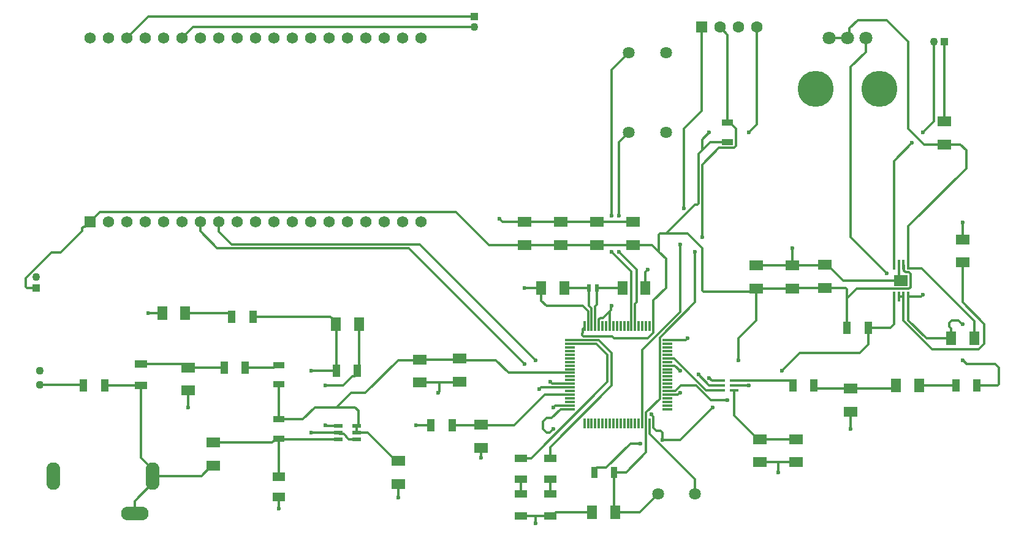
<source format=gtl>
G04*
G04 #@! TF.GenerationSoftware,Altium Limited,Altium Designer,21.7.2 (23)*
G04*
G04 Layer_Physical_Order=1*
G04 Layer_Color=255*
%FSLAX25Y25*%
%MOIN*%
G70*
G04*
G04 #@! TF.SameCoordinates,5EADC6DB-F1F9-4870-979B-081E39BDB051*
G04*
G04*
G04 #@! TF.FilePolarity,Positive*
G04*
G01*
G75*
%ADD45R,0.01968X0.03937*%
%ADD46R,0.06890X0.04331*%
%ADD47R,0.01772X0.05512*%
%ADD48R,0.07441X0.06181*%
%ADD49R,0.05315X0.07480*%
%ADD50R,0.07480X0.05315*%
%ADD51R,0.05807X0.01181*%
%ADD52R,0.01181X0.05807*%
%ADD53R,0.06693X0.04331*%
%ADD54R,0.06299X0.03543*%
%ADD55R,0.03543X0.06299*%
%ADD56R,0.04331X0.06693*%
%ADD57R,0.06102X0.03543*%
%ADD58R,0.04724X0.02362*%
%ADD59R,0.07087X0.05118*%
%ADD60R,0.04724X0.01575*%
%ADD61C,0.01181*%
%ADD62C,0.06142*%
%ADD63R,0.06142X0.06142*%
%ADD64R,0.04331X0.04331*%
%ADD65C,0.04331*%
%ADD66C,0.04362*%
%ADD67R,0.04331X0.04331*%
%ADD68R,0.06319X0.06319*%
%ADD69C,0.06319*%
%ADD70C,0.06449*%
%ADD71O,0.07480X0.14961*%
%ADD72O,0.14961X0.07480*%
%ADD73C,0.07087*%
%ADD74C,0.19606*%
%ADD75C,0.02362*%
D45*
X320866Y131890D02*
D03*
X316535D02*
D03*
D46*
X279528Y19685D02*
D03*
Y7874D02*
D03*
X295275Y19685D02*
D03*
Y7874D02*
D03*
D47*
X482382Y127165D02*
D03*
X484941D02*
D03*
X487500D02*
D03*
X490059D02*
D03*
Y144488D02*
D03*
X487500D02*
D03*
X484941D02*
D03*
X482382D02*
D03*
D48*
X486221Y135827D02*
D03*
D49*
X334646Y131890D02*
D03*
X347244D02*
D03*
X303150D02*
D03*
X290551D02*
D03*
X330709Y9843D02*
D03*
X318110D02*
D03*
X178740Y112205D02*
D03*
X191339D02*
D03*
X84252Y118110D02*
D03*
X96851D02*
D03*
X513386Y104331D02*
D03*
X525984D02*
D03*
X483465Y78740D02*
D03*
X496063D02*
D03*
D50*
X340551Y155118D02*
D03*
Y167717D02*
D03*
X320866Y155118D02*
D03*
Y167717D02*
D03*
X301181Y155118D02*
D03*
Y167717D02*
D03*
X281496Y155118D02*
D03*
Y167717D02*
D03*
X98425Y88583D02*
D03*
Y75984D02*
D03*
X246063Y93307D02*
D03*
Y80709D02*
D03*
X224409Y92913D02*
D03*
Y80315D02*
D03*
X112205Y35039D02*
D03*
Y47638D02*
D03*
X257874Y57480D02*
D03*
Y44882D02*
D03*
X212598Y37795D02*
D03*
Y25197D02*
D03*
X458661Y77165D02*
D03*
Y64567D02*
D03*
X509842Y209842D02*
D03*
Y222441D02*
D03*
X429134Y49606D02*
D03*
Y37008D02*
D03*
X409449Y49606D02*
D03*
Y37008D02*
D03*
X519685Y145669D02*
D03*
Y158268D02*
D03*
X407480Y131496D02*
D03*
Y144094D02*
D03*
X427165Y131496D02*
D03*
Y144095D02*
D03*
X444882Y131890D02*
D03*
Y144488D02*
D03*
D51*
X306150Y103346D02*
D03*
Y101378D02*
D03*
Y99409D02*
D03*
Y97441D02*
D03*
Y95472D02*
D03*
Y93504D02*
D03*
Y91535D02*
D03*
Y89567D02*
D03*
Y87598D02*
D03*
Y85630D02*
D03*
Y83661D02*
D03*
Y81693D02*
D03*
Y79724D02*
D03*
Y77756D02*
D03*
Y75787D02*
D03*
Y73819D02*
D03*
Y71850D02*
D03*
Y69882D02*
D03*
Y67913D02*
D03*
Y65945D02*
D03*
X359205D02*
D03*
Y67913D02*
D03*
Y69882D02*
D03*
Y71850D02*
D03*
Y73819D02*
D03*
Y75787D02*
D03*
Y77756D02*
D03*
Y79724D02*
D03*
Y81693D02*
D03*
Y83661D02*
D03*
Y85630D02*
D03*
Y87598D02*
D03*
Y89567D02*
D03*
Y91535D02*
D03*
Y93504D02*
D03*
Y95472D02*
D03*
Y97441D02*
D03*
Y99409D02*
D03*
Y101378D02*
D03*
Y103346D02*
D03*
D52*
X313976Y58118D02*
D03*
X315945D02*
D03*
X317913D02*
D03*
X319882D02*
D03*
X321850D02*
D03*
X323819D02*
D03*
X325787D02*
D03*
X327756D02*
D03*
X329724D02*
D03*
X331693D02*
D03*
X333661D02*
D03*
X335630D02*
D03*
X337598D02*
D03*
X339567D02*
D03*
X341535D02*
D03*
X343504D02*
D03*
X345472D02*
D03*
X347441D02*
D03*
X349409D02*
D03*
X351378D02*
D03*
Y111173D02*
D03*
X349409D02*
D03*
X347441D02*
D03*
X345472D02*
D03*
X343504D02*
D03*
X341535D02*
D03*
X339567D02*
D03*
X337598D02*
D03*
X335630D02*
D03*
X333661D02*
D03*
X331693D02*
D03*
X329724D02*
D03*
X327756D02*
D03*
X325787D02*
D03*
X323819D02*
D03*
X321850D02*
D03*
X319882D02*
D03*
X317913D02*
D03*
X315945D02*
D03*
X313976D02*
D03*
D53*
X295275Y39173D02*
D03*
Y27756D02*
D03*
X279528Y39173D02*
D03*
Y27756D02*
D03*
X72835Y78937D02*
D03*
Y90354D02*
D03*
D54*
X391732Y221850D02*
D03*
Y211221D02*
D03*
X147638Y49803D02*
D03*
Y60433D02*
D03*
D55*
X330118Y31496D02*
D03*
X319488D02*
D03*
D56*
X122244Y116142D02*
D03*
X133661D02*
D03*
X118110Y88583D02*
D03*
X129528D02*
D03*
X179134Y86614D02*
D03*
X190551D02*
D03*
X52953Y78740D02*
D03*
X41535D02*
D03*
X241929Y57087D02*
D03*
X230512D02*
D03*
X515945Y78740D02*
D03*
X527362D02*
D03*
X427362Y78740D02*
D03*
X438780D02*
D03*
X456890Y110236D02*
D03*
X468307D02*
D03*
D57*
X147638Y79429D02*
D03*
Y89862D02*
D03*
D58*
X180118Y56890D02*
D03*
Y53150D02*
D03*
Y49409D02*
D03*
X189961D02*
D03*
Y53150D02*
D03*
Y56890D02*
D03*
D59*
X147638Y18110D02*
D03*
Y29134D02*
D03*
D60*
X387992Y81299D02*
D03*
Y78740D02*
D03*
Y76181D02*
D03*
X395472D02*
D03*
Y78740D02*
D03*
Y81299D02*
D03*
D61*
X42559Y165236D02*
X50551Y173228D01*
X9938Y132582D02*
X10630Y131890D01*
X9938Y132582D02*
Y136996D01*
X28972Y151039D02*
X40748Y162815D01*
Y164370D01*
X10630Y131890D02*
X15748D01*
X23981Y151039D02*
X28972D01*
X40748Y164370D02*
X41614Y165236D01*
X42559D01*
X9938Y136996D02*
X23981Y151039D01*
X328514Y121821D02*
X328740Y122047D01*
X328514Y119853D02*
Y121821D01*
X327756Y119095D02*
X328514Y119853D01*
X324116Y115455D02*
X327756Y119095D01*
X321850Y111173D02*
Y114647D01*
X322658Y115455D01*
X324116D01*
X327756Y111173D02*
Y119095D01*
X359205Y103346D02*
X369094D01*
X370079Y104331D01*
X405906Y129921D02*
X407480Y131496D01*
X407480Y131496D01*
X407480Y114173D02*
Y131496D01*
X397638Y92520D02*
Y104331D01*
X407480Y114173D01*
X366142Y49213D02*
X383858Y66929D01*
X356299Y49213D02*
X366142D01*
X347244Y140551D02*
X348425Y141732D01*
X347244Y131890D02*
Y140551D01*
X339567Y112205D02*
Y140748D01*
X328740Y151575D02*
X339567Y140748D01*
X328740Y171260D02*
Y250413D01*
X338169Y259842D01*
X341535Y123031D02*
X342520Y124016D01*
X341535Y111173D02*
X341535Y111173D01*
Y123031D01*
X342520Y124016D02*
Y141732D01*
X332677Y151575D02*
X342520Y141732D01*
X332677Y171260D02*
Y211043D01*
X338169Y216535D01*
X312992Y107283D02*
Y109544D01*
X313684Y110236D01*
X313976D01*
X312694Y106007D02*
X313386Y105315D01*
X312694Y106007D02*
Y106985D01*
X312992Y107283D01*
X313386Y105315D02*
X329232D01*
X330217Y104331D01*
X348425D01*
X351378Y107283D02*
Y111173D01*
X348425Y104331D02*
X351378Y107283D01*
X281496Y131890D02*
X290551D01*
Y124803D02*
Y131890D01*
Y124803D02*
X293307Y122047D01*
X312992D01*
X315945Y111173D02*
Y119095D01*
X312992Y122047D02*
X315945Y119095D01*
X316535Y122047D02*
X317913Y120669D01*
Y112205D02*
Y120669D01*
X316535Y122047D02*
Y131890D01*
X307087Y101378D02*
X320343D01*
X321850Y103347D02*
X328740Y96457D01*
X326364Y80619D02*
Y95357D01*
X308071Y103347D02*
X321850D01*
X320343Y101378D02*
X326364Y95357D01*
X328740Y78740D02*
Y96457D01*
X296111Y61024D02*
X301032Y65945D01*
X293307Y61024D02*
X296111D01*
X301032Y65945D02*
X306150D01*
X291339Y59055D02*
X293307Y61024D01*
X291339Y55118D02*
Y59055D01*
Y55118D02*
X293307Y53150D01*
X295037D01*
X297005Y55118D02*
X297244D01*
X295037Y53150D02*
X297005Y55118D01*
X279528Y39173D02*
X284918D01*
X326364Y80619D01*
X350394Y62673D02*
X351378Y61688D01*
Y58118D02*
Y61688D01*
X350394Y62673D02*
Y62992D01*
X347441Y58118D02*
Y63976D01*
X354923Y71459D01*
Y104923D01*
X355314Y54135D02*
X356299Y53150D01*
X351378Y55805D02*
Y58118D01*
Y55805D02*
X353048Y54135D01*
X355314D01*
X356299Y49213D02*
Y53150D01*
X349410Y52386D02*
X374016Y27780D01*
Y19685D02*
Y27780D01*
X349410Y52386D02*
Y59055D01*
X319488Y31496D02*
Y32874D01*
X320669Y34055D01*
X325807D01*
X338996Y47244D01*
X344488D01*
X297244Y66929D02*
X298228Y67913D01*
X306150D01*
X463875Y96457D02*
X468504Y101086D01*
X431102Y96457D02*
X463875D01*
X468307Y110236D02*
X468504Y110039D01*
Y101086D02*
Y110039D01*
X421260Y86614D02*
X431102Y96457D01*
X395472Y81299D02*
X425787D01*
X395472Y78740D02*
X395472Y78740D01*
X403543D01*
X425787Y81299D02*
X427362Y79724D01*
Y78740D02*
Y79724D01*
X374851Y78740D02*
X382725Y70866D01*
X366460Y78740D02*
X374851D01*
X382725Y70866D02*
X391732D01*
X359205Y75787D02*
X363507D01*
X366460Y78740D01*
X513386Y104331D02*
Y109843D01*
X512300Y110928D02*
Y112694D01*
X513779Y114173D01*
X512300Y110928D02*
X513386Y109843D01*
X513779Y114173D02*
X517478D01*
X519446Y112205D01*
X519685D01*
X519924Y92520D02*
X521892Y90551D01*
X519685Y92520D02*
X519924D01*
X521892Y90551D02*
X537402D01*
X487500Y114047D02*
X503122Y98425D01*
X528425D01*
X531496Y101496D01*
Y112205D01*
X538678Y78740D02*
X539370Y79432D01*
Y88583D01*
X527362Y78740D02*
X538678D01*
X537402Y90551D02*
X539370Y88583D01*
X527362Y78740D02*
X527362Y78740D01*
X458661Y159449D02*
X478346Y139764D01*
X458661Y159449D02*
Y251969D01*
X466929Y260236D02*
Y267717D01*
X458661Y251969D02*
X466929Y260236D01*
X377953Y206693D02*
Y212598D01*
X381890Y216535D01*
X377953Y206693D02*
X382480Y211221D01*
X375984Y204724D02*
X377953Y206693D01*
X403543Y216535D02*
X407638Y220630D01*
Y273622D01*
X345473Y98256D02*
X366142Y118926D01*
X345473Y58118D02*
Y98256D01*
X366142Y118926D02*
Y155512D01*
X345472Y58118D02*
X345473Y58118D01*
X347441Y42323D02*
Y58118D01*
X368110Y218521D02*
X377638Y228049D01*
Y273622D01*
X368110Y175197D02*
Y218521D01*
X374016Y177165D02*
X375292D01*
X375984Y177857D01*
X358268Y161417D02*
X374016Y177165D01*
X382480Y211221D02*
X391732D01*
X375984Y177857D02*
Y204724D01*
X330709Y9843D02*
X344075D01*
X353917Y19685D01*
X393110Y221850D02*
X396558Y218403D01*
X387205Y208071D02*
X395453D01*
X396558Y209176D02*
Y218403D01*
X395453Y208071D02*
X396558Y209176D01*
X377953Y198819D02*
X387205Y208071D01*
X377953Y159449D02*
Y198819D01*
X391732Y221850D02*
X393110D01*
X354923Y104923D02*
X374016Y124016D01*
Y151575D01*
X363189Y89567D02*
X366142Y86614D01*
X362871Y93504D02*
X380194Y76181D01*
X359205Y93504D02*
X362871D01*
X380194Y76181D02*
X387992D01*
X330118Y31496D02*
X330118Y31496D01*
X336614D01*
X347441Y42323D01*
X330118Y10433D02*
X330709Y9843D01*
X330118Y10433D02*
Y31496D01*
X296555Y7874D02*
X298523Y9843D01*
X295275Y7874D02*
X296555D01*
X298523Y9843D02*
X318110D01*
X295275Y45276D02*
X328740Y78740D01*
X295275Y39173D02*
Y45276D01*
X306150Y103346D02*
X308071D01*
X308071Y103347D01*
X358268Y161417D02*
X370079D01*
X355220D02*
X358268D01*
X395472Y62500D02*
X408366Y49606D01*
X395472Y62500D02*
Y76181D01*
X408366Y49606D02*
X409449D01*
X359205Y73819D02*
X364838D01*
X365822Y74803D01*
X366142D01*
X375984Y84646D02*
X381890Y78740D01*
X387992D01*
X359205Y89567D02*
X363189D01*
X383268Y81299D02*
X387992D01*
X381890Y82677D02*
X383268Y81299D01*
X359205Y93504D02*
X359205Y93504D01*
X458661Y55118D02*
Y64567D01*
Y55118D02*
X458661Y55118D01*
X419291Y37008D02*
X429134D01*
X409449D02*
X419291D01*
Y31496D02*
Y37008D01*
Y31496D02*
X419291Y31496D01*
X440354Y77165D02*
X458661D01*
X438780Y78740D02*
X440354Y77165D01*
X515945Y78740D02*
X515945Y78740D01*
X496063Y78740D02*
X515945D01*
X481890Y77165D02*
X483465Y78740D01*
X458661Y77165D02*
X481890D01*
X409449Y49606D02*
X429134D01*
X503937Y222441D02*
Y265748D01*
X498032Y216535D02*
X503937Y222441D01*
X482382Y144488D02*
Y200886D01*
X492126Y210630D01*
X456890Y125984D02*
Y131198D01*
Y110236D02*
Y125984D01*
X462205Y131299D02*
X490453D01*
X456890Y125984D02*
X462205Y131299D01*
X491319Y132166D02*
Y139488D01*
X490453Y131299D02*
X491319Y132166D01*
X490482Y140325D02*
X491319Y139488D01*
X488632Y140325D02*
X490482D01*
X487795Y141162D02*
X488632Y140325D01*
X487795Y141162D02*
Y144193D01*
X487500Y144488D02*
X487795Y144193D01*
X354528Y151378D02*
X358268Y147638D01*
X350787Y155118D02*
X354528Y151378D01*
X378645Y129921D02*
X405906D01*
X377953Y130613D02*
Y153543D01*
Y130613D02*
X378645Y129921D01*
X354528Y160725D02*
X355220Y161417D01*
X354528Y151378D02*
Y160725D01*
X370079Y161417D02*
X377953Y153543D01*
X262205Y155118D02*
X281496D01*
X244094Y173228D02*
X262205Y155118D01*
X50551Y173228D02*
X244094D01*
X235039Y80315D02*
X245669D01*
X224409D02*
X235039D01*
X234252Y74803D02*
X235039Y75590D01*
Y80315D01*
X245669D02*
X246063Y80709D01*
X287402Y7874D02*
X295275D01*
X279528D02*
X287402D01*
Y3937D02*
X287402Y3937D01*
X287402Y3937D02*
Y7874D01*
X279528Y7874D02*
X279528Y7874D01*
X295275Y19685D02*
Y27756D01*
X279528Y19685D02*
X279528Y19685D01*
Y27756D01*
X306150Y85630D02*
X306150Y85630D01*
X272638D02*
X306150D01*
X295276Y80709D02*
X296260Y79724D01*
X290354Y77756D02*
X306150D01*
X289370Y76772D02*
X290354Y77756D01*
X296260Y79724D02*
X306150D01*
X218504Y153543D02*
X281496Y90551D01*
X114173Y153543D02*
X218504D01*
X105039Y162677D02*
Y167717D01*
Y162677D02*
X114173Y153543D01*
X224410Y155512D02*
X287402Y92520D01*
X122047Y155512D02*
X224410D01*
X275590Y57087D02*
X292323Y73819D01*
X306150D01*
X265748Y92520D02*
X272638Y85630D01*
X115039Y162520D02*
Y167717D01*
Y162520D02*
X122047Y155512D01*
X257874Y39370D02*
Y44882D01*
Y39370D02*
X257874Y39370D01*
X490158Y144587D02*
Y165354D01*
X490059Y144488D02*
X490158Y144587D01*
Y165354D02*
X521654Y196850D01*
Y206693D01*
X518504Y209842D02*
X521654Y206693D01*
X509842Y209842D02*
X518504D01*
X497244Y127165D02*
X498032Y127953D01*
X490059Y127165D02*
X497244D01*
X525984Y104331D02*
Y113779D01*
X490059Y142618D02*
X490354Y142323D01*
X497441D01*
X490059Y142618D02*
Y144488D01*
X497441Y142323D02*
X525984Y113779D01*
X519685Y124016D02*
X531496Y112205D01*
X519685Y124016D02*
Y145669D01*
X427165Y144095D02*
X446358D01*
X427165D02*
Y153543D01*
X427165Y153543D01*
X446358Y144095D02*
X454626Y135827D01*
X486221D01*
X484941Y137106D02*
Y144488D01*
Y137106D02*
X486221Y135827D01*
X519685Y158268D02*
Y167323D01*
X484941Y127165D02*
X487500D01*
X490059Y114272D02*
Y127165D01*
X500000Y104331D02*
X513386D01*
X490059Y114272D02*
X500000Y104331D01*
X487500Y114047D02*
Y127165D01*
X513386Y104331D02*
X513386Y104331D01*
X482283Y127067D02*
X482382Y127165D01*
X482283Y112205D02*
Y127067D01*
X468307Y110236D02*
X480315D01*
X482283Y112205D01*
X407480Y131496D02*
X407480Y131496D01*
X427165D01*
X427559Y131890D01*
X444882D01*
X456198D02*
X456890Y131198D01*
X444882Y131890D02*
X456198D01*
X407480Y144094D02*
X427165D01*
X427165Y144095D01*
X358268Y131890D02*
Y147638D01*
X351378Y125000D02*
X358268Y131890D01*
X340551Y155118D02*
X350787D01*
X320866D02*
X340551D01*
X351378Y111173D02*
Y125000D01*
X269291Y167717D02*
X281496D01*
X267717Y169291D02*
X269291Y167717D01*
X320866D02*
X340551D01*
X301181D02*
X320866D01*
X281496D02*
X301181D01*
X319882Y121704D02*
X320866Y122688D01*
X319882Y111173D02*
Y121704D01*
X320866Y122688D02*
Y131890D01*
X303150D02*
X316535D01*
X320866D02*
X334646D01*
X301181Y155118D02*
X320866D01*
X281496D02*
X301181D01*
X391732Y221850D02*
Y269528D01*
X387638Y273622D02*
X391732Y269528D01*
X462598Y277559D02*
X478346D01*
X490158Y265748D01*
X447244Y267717D02*
X457087D01*
X458071Y268701D02*
Y273031D01*
X462598Y277559D01*
X457087Y267717D02*
X458071Y268701D01*
X490158Y218504D02*
Y265748D01*
X498819Y209842D02*
X509842D01*
X490158Y218504D02*
X498819Y209842D01*
X509842Y222441D02*
Y265748D01*
Y222441D02*
X509842Y222441D01*
X100945Y273622D02*
X253937D01*
X95039Y267717D02*
X100945Y273622D01*
X65039Y267717D02*
X76850Y279527D01*
X253937D01*
X257874Y57480D02*
X258268Y57087D01*
X275590D01*
X241929Y57087D02*
X257480D01*
X257874Y57480D01*
X246850Y92520D02*
X265748D01*
X246063Y93307D02*
X246850Y92520D01*
X222441Y57087D02*
X222441Y57087D01*
X230512D01*
X179134Y66929D02*
X188976D01*
X190945Y57480D02*
Y64961D01*
X189961Y56890D02*
X190354D01*
X188976Y66929D02*
X190945Y64961D01*
X190354Y56890D02*
X190945Y57480D01*
X173228Y78740D02*
X182677D01*
X188976Y83858D02*
X190551Y85433D01*
X187795Y83858D02*
X188976D01*
X190551Y85433D02*
Y86614D01*
X182677Y78740D02*
X187795Y83858D01*
X173425Y56890D02*
X180118D01*
X173228Y57087D02*
X173425Y56890D01*
X191339Y87401D02*
Y112205D01*
X190551Y86614D02*
X191339Y87401D01*
X183017Y52559D02*
X184520Y51056D01*
X165354Y53150D02*
X165354Y53150D01*
X184520Y50716D02*
Y51056D01*
Y50716D02*
X185827Y49409D01*
X180709Y52559D02*
X183017D01*
X212598Y17717D02*
Y25197D01*
Y17717D02*
X212598Y17717D01*
X76772Y118110D02*
X76772Y118110D01*
X84252D01*
X98425Y66929D02*
Y75984D01*
X167323Y66929D02*
X179134D01*
X224016Y92520D02*
X224409Y92913D01*
X212598Y92520D02*
X224016D01*
X194882Y74803D02*
X212598Y92520D01*
X187008Y74803D02*
X194882D01*
X179134Y66929D02*
X187008Y74803D01*
X160827Y60433D02*
X167323Y66929D01*
X245669Y92913D02*
X246063Y93307D01*
X224409Y92913D02*
X245669D01*
X211516Y37795D02*
X212598D01*
X196161Y53150D02*
X211516Y37795D01*
X189961Y53150D02*
X196161D01*
X147638Y60433D02*
X160827D01*
X165354Y86614D02*
X179134D01*
X165354Y53150D02*
X180118D01*
X185827Y49409D02*
X189961D01*
X180118Y53150D02*
X180709Y52559D01*
X178740Y112205D02*
X179134Y111811D01*
Y86614D02*
Y111811D01*
X178740Y112205D02*
Y113287D01*
X133661Y116142D02*
X175886D01*
X178740Y113287D01*
X96851Y118110D02*
X120669D01*
X122244Y116535D01*
Y116142D02*
Y116535D01*
X147638Y60433D02*
X147638Y60433D01*
Y79429D01*
X145079Y88583D02*
X146358Y89862D01*
X147638D01*
X129528Y88583D02*
X145079D01*
X98425D02*
X118110D01*
X96654Y90354D02*
X98425Y88583D01*
X72835Y90354D02*
X96654D01*
X72835Y39567D02*
X79134Y33268D01*
Y29528D02*
Y33268D01*
X72835Y39567D02*
Y78937D01*
X72638Y78740D02*
X72835Y78937D01*
X52953Y78740D02*
X72638D01*
X41142Y79134D02*
X41535Y78740D01*
X17717Y79134D02*
X41142D01*
X189961Y53150D02*
Y56890D01*
X148031Y49409D02*
X180118D01*
X147638Y49803D02*
X148031Y49409D01*
X144095Y47638D02*
X146260Y49803D01*
X112205Y47638D02*
X144095D01*
X146260Y49803D02*
X147638D01*
Y29134D02*
Y49803D01*
Y11811D02*
Y18110D01*
Y11811D02*
X147638Y11811D01*
X105610Y29528D02*
X111122Y35039D01*
X79134Y29528D02*
X105610D01*
X111122Y35039D02*
X112205D01*
X69291Y15945D02*
X79134Y25787D01*
Y29528D01*
X69291Y9055D02*
Y15945D01*
D62*
X225039Y267717D02*
D03*
X215039D02*
D03*
X205039D02*
D03*
X195039D02*
D03*
X185039D02*
D03*
X175039D02*
D03*
X165039D02*
D03*
X155039D02*
D03*
X145039D02*
D03*
X135039D02*
D03*
X125039D02*
D03*
X115039D02*
D03*
X105039D02*
D03*
X95039D02*
D03*
X85039D02*
D03*
X75039D02*
D03*
X65039D02*
D03*
X55039D02*
D03*
X45039D02*
D03*
X215039Y167717D02*
D03*
X205039D02*
D03*
X195039D02*
D03*
X185039D02*
D03*
X175039D02*
D03*
X165039D02*
D03*
X155039D02*
D03*
X145039D02*
D03*
X135039D02*
D03*
X125039D02*
D03*
X115039D02*
D03*
X105039D02*
D03*
X95039D02*
D03*
X85039D02*
D03*
X75039D02*
D03*
X65039D02*
D03*
X225039D02*
D03*
X55039D02*
D03*
D63*
X45039D02*
D03*
D64*
X509842Y265748D02*
D03*
D65*
X503937D02*
D03*
X253937Y273622D02*
D03*
X15748Y137795D02*
D03*
D66*
X17717Y79134D02*
D03*
Y86614D02*
D03*
D67*
X253937Y279527D02*
D03*
X15748Y131890D02*
D03*
D68*
X377638Y273622D02*
D03*
D69*
X387638D02*
D03*
X397638D02*
D03*
X407638D02*
D03*
D70*
X338169Y259842D02*
D03*
X358268D02*
D03*
X338169Y216535D02*
D03*
X358268D02*
D03*
X353917Y19685D02*
D03*
X374016D02*
D03*
D71*
X25197Y29528D02*
D03*
X79134D02*
D03*
D72*
X69291Y9055D02*
D03*
D73*
X466929Y267717D02*
D03*
X457087D02*
D03*
X447244D02*
D03*
D74*
X474409Y240158D02*
D03*
X439764D02*
D03*
D75*
X328740Y122047D02*
D03*
X370079Y104331D02*
D03*
X397638Y92520D02*
D03*
X383858Y66929D02*
D03*
X348425Y141732D02*
D03*
X328740Y151575D02*
D03*
Y171260D02*
D03*
X332677Y151575D02*
D03*
Y171260D02*
D03*
X281496Y131890D02*
D03*
X297244Y55118D02*
D03*
X350394Y62992D02*
D03*
X356299Y49213D02*
D03*
X344488Y47244D02*
D03*
X297244Y66929D02*
D03*
X403543Y78740D02*
D03*
X421260Y86614D02*
D03*
X391732Y70866D02*
D03*
X519685Y112205D02*
D03*
Y92520D02*
D03*
X478346Y139764D02*
D03*
X381890Y216535D02*
D03*
X403543D02*
D03*
X366142Y155512D02*
D03*
X368110Y175197D02*
D03*
X377953Y159449D02*
D03*
X374016Y151575D02*
D03*
X366142Y86614D02*
D03*
Y74803D02*
D03*
X375984Y84646D02*
D03*
X381890Y82677D02*
D03*
X458661Y55118D02*
D03*
X419291Y31496D02*
D03*
X498032Y216535D02*
D03*
X492126Y210630D02*
D03*
X234252Y74803D02*
D03*
X287402Y3937D02*
D03*
X295276Y80709D02*
D03*
X289370Y76772D02*
D03*
X281496Y90551D02*
D03*
X287402Y92520D02*
D03*
X257874Y39370D02*
D03*
X498032Y127953D02*
D03*
X427165Y153543D02*
D03*
X519685Y167323D02*
D03*
X267717Y169291D02*
D03*
X212598Y17717D02*
D03*
X222441Y57087D02*
D03*
X173228Y78740D02*
D03*
Y57087D02*
D03*
X76772Y118110D02*
D03*
X98425Y66929D02*
D03*
X165354Y53150D02*
D03*
X165354Y86614D02*
D03*
X147638Y11811D02*
D03*
M02*

</source>
